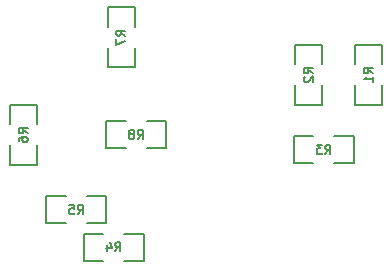
<source format=gbo>
G04 #@! TF.GenerationSoftware,KiCad,Pcbnew,5.0.0-fee4fd1~66~ubuntu16.04.1*
G04 #@! TF.CreationDate,2018-09-21T19:17:15+02:00*
G04 #@! TF.ProjectId,smartbed,736D6172746265642E6B696361645F70,rev?*
G04 #@! TF.SameCoordinates,Original*
G04 #@! TF.FileFunction,Legend,Bot*
G04 #@! TF.FilePolarity,Positive*
%FSLAX46Y46*%
G04 Gerber Fmt 4.6, Leading zero omitted, Abs format (unit mm)*
G04 Created by KiCad (PCBNEW 5.0.0-fee4fd1~66~ubuntu16.04.1) date Fri Sep 21 19:17:15 2018*
%MOMM*%
%LPD*%
G01*
G04 APERTURE LIST*
%ADD10C,0.127000*%
G04 APERTURE END LIST*
D10*
G04 #@! TO.C,R8*
X164465000Y-119253000D02*
X164465000Y-116967000D01*
X164465000Y-116967000D02*
X166116000Y-116967000D01*
X167894000Y-119253000D02*
X169545000Y-119253000D01*
X169545000Y-119253000D02*
X169545000Y-116967000D01*
X169545000Y-116967000D02*
X167894000Y-116967000D01*
X166116000Y-119253000D02*
X164465000Y-119253000D01*
G04 #@! TO.C,R7*
X164592000Y-107315000D02*
X166878000Y-107315000D01*
X166878000Y-107315000D02*
X166878000Y-108966000D01*
X164592000Y-110744000D02*
X164592000Y-112395000D01*
X164592000Y-112395000D02*
X166878000Y-112395000D01*
X166878000Y-112395000D02*
X166878000Y-110744000D01*
X164592000Y-108966000D02*
X164592000Y-107315000D01*
G04 #@! TO.C,R6*
X158623000Y-120650000D02*
X156337000Y-120650000D01*
X156337000Y-120650000D02*
X156337000Y-118999000D01*
X158623000Y-117221000D02*
X158623000Y-115570000D01*
X158623000Y-115570000D02*
X156337000Y-115570000D01*
X156337000Y-115570000D02*
X156337000Y-117221000D01*
X158623000Y-118999000D02*
X158623000Y-120650000D01*
G04 #@! TO.C,R5*
X164465000Y-123317000D02*
X164465000Y-125603000D01*
X164465000Y-125603000D02*
X162814000Y-125603000D01*
X161036000Y-123317000D02*
X159385000Y-123317000D01*
X159385000Y-123317000D02*
X159385000Y-125603000D01*
X159385000Y-125603000D02*
X161036000Y-125603000D01*
X162814000Y-123317000D02*
X164465000Y-123317000D01*
G04 #@! TO.C,R4*
X162560000Y-128778000D02*
X162560000Y-126492000D01*
X162560000Y-126492000D02*
X164211000Y-126492000D01*
X165989000Y-128778000D02*
X167640000Y-128778000D01*
X167640000Y-128778000D02*
X167640000Y-126492000D01*
X167640000Y-126492000D02*
X165989000Y-126492000D01*
X164211000Y-128778000D02*
X162560000Y-128778000D01*
G04 #@! TO.C,R3*
X180340000Y-120523000D02*
X180340000Y-118237000D01*
X180340000Y-118237000D02*
X181991000Y-118237000D01*
X183769000Y-120523000D02*
X185420000Y-120523000D01*
X185420000Y-120523000D02*
X185420000Y-118237000D01*
X185420000Y-118237000D02*
X183769000Y-118237000D01*
X181991000Y-120523000D02*
X180340000Y-120523000D01*
G04 #@! TO.C,R2*
X180467000Y-110490000D02*
X182753000Y-110490000D01*
X182753000Y-110490000D02*
X182753000Y-112141000D01*
X180467000Y-113919000D02*
X180467000Y-115570000D01*
X180467000Y-115570000D02*
X182753000Y-115570000D01*
X182753000Y-115570000D02*
X182753000Y-113919000D01*
X180467000Y-112141000D02*
X180467000Y-110490000D01*
G04 #@! TO.C,R1*
X185547000Y-110490000D02*
X187833000Y-110490000D01*
X187833000Y-110490000D02*
X187833000Y-112141000D01*
X185547000Y-113919000D02*
X185547000Y-115570000D01*
X185547000Y-115570000D02*
X187833000Y-115570000D01*
X187833000Y-115570000D02*
X187833000Y-113919000D01*
X185547000Y-112141000D02*
X185547000Y-110490000D01*
G04 #@! TO.C,R8*
X167132000Y-118454714D02*
X167386000Y-118091857D01*
X167567428Y-118454714D02*
X167567428Y-117692714D01*
X167277142Y-117692714D01*
X167204571Y-117729000D01*
X167168285Y-117765285D01*
X167132000Y-117837857D01*
X167132000Y-117946714D01*
X167168285Y-118019285D01*
X167204571Y-118055571D01*
X167277142Y-118091857D01*
X167567428Y-118091857D01*
X166696571Y-118019285D02*
X166769142Y-117983000D01*
X166805428Y-117946714D01*
X166841714Y-117874142D01*
X166841714Y-117837857D01*
X166805428Y-117765285D01*
X166769142Y-117729000D01*
X166696571Y-117692714D01*
X166551428Y-117692714D01*
X166478857Y-117729000D01*
X166442571Y-117765285D01*
X166406285Y-117837857D01*
X166406285Y-117874142D01*
X166442571Y-117946714D01*
X166478857Y-117983000D01*
X166551428Y-118019285D01*
X166696571Y-118019285D01*
X166769142Y-118055571D01*
X166805428Y-118091857D01*
X166841714Y-118164428D01*
X166841714Y-118309571D01*
X166805428Y-118382142D01*
X166769142Y-118418428D01*
X166696571Y-118454714D01*
X166551428Y-118454714D01*
X166478857Y-118418428D01*
X166442571Y-118382142D01*
X166406285Y-118309571D01*
X166406285Y-118164428D01*
X166442571Y-118091857D01*
X166478857Y-118055571D01*
X166551428Y-118019285D01*
G04 #@! TO.C,R7*
X166079714Y-109728000D02*
X165716857Y-109474000D01*
X166079714Y-109292571D02*
X165317714Y-109292571D01*
X165317714Y-109582857D01*
X165354000Y-109655428D01*
X165390285Y-109691714D01*
X165462857Y-109728000D01*
X165571714Y-109728000D01*
X165644285Y-109691714D01*
X165680571Y-109655428D01*
X165716857Y-109582857D01*
X165716857Y-109292571D01*
X165317714Y-109982000D02*
X165317714Y-110490000D01*
X166079714Y-110163428D01*
G04 #@! TO.C,R6*
X157824714Y-117983000D02*
X157461857Y-117729000D01*
X157824714Y-117547571D02*
X157062714Y-117547571D01*
X157062714Y-117837857D01*
X157099000Y-117910428D01*
X157135285Y-117946714D01*
X157207857Y-117983000D01*
X157316714Y-117983000D01*
X157389285Y-117946714D01*
X157425571Y-117910428D01*
X157461857Y-117837857D01*
X157461857Y-117547571D01*
X157062714Y-118636142D02*
X157062714Y-118491000D01*
X157099000Y-118418428D01*
X157135285Y-118382142D01*
X157244142Y-118309571D01*
X157389285Y-118273285D01*
X157679571Y-118273285D01*
X157752142Y-118309571D01*
X157788428Y-118345857D01*
X157824714Y-118418428D01*
X157824714Y-118563571D01*
X157788428Y-118636142D01*
X157752142Y-118672428D01*
X157679571Y-118708714D01*
X157498142Y-118708714D01*
X157425571Y-118672428D01*
X157389285Y-118636142D01*
X157353000Y-118563571D01*
X157353000Y-118418428D01*
X157389285Y-118345857D01*
X157425571Y-118309571D01*
X157498142Y-118273285D01*
G04 #@! TO.C,R5*
X162052000Y-124804714D02*
X162306000Y-124441857D01*
X162487428Y-124804714D02*
X162487428Y-124042714D01*
X162197142Y-124042714D01*
X162124571Y-124079000D01*
X162088285Y-124115285D01*
X162052000Y-124187857D01*
X162052000Y-124296714D01*
X162088285Y-124369285D01*
X162124571Y-124405571D01*
X162197142Y-124441857D01*
X162487428Y-124441857D01*
X161362571Y-124042714D02*
X161725428Y-124042714D01*
X161761714Y-124405571D01*
X161725428Y-124369285D01*
X161652857Y-124333000D01*
X161471428Y-124333000D01*
X161398857Y-124369285D01*
X161362571Y-124405571D01*
X161326285Y-124478142D01*
X161326285Y-124659571D01*
X161362571Y-124732142D01*
X161398857Y-124768428D01*
X161471428Y-124804714D01*
X161652857Y-124804714D01*
X161725428Y-124768428D01*
X161761714Y-124732142D01*
G04 #@! TO.C,R4*
X165227000Y-127979714D02*
X165481000Y-127616857D01*
X165662428Y-127979714D02*
X165662428Y-127217714D01*
X165372142Y-127217714D01*
X165299571Y-127254000D01*
X165263285Y-127290285D01*
X165227000Y-127362857D01*
X165227000Y-127471714D01*
X165263285Y-127544285D01*
X165299571Y-127580571D01*
X165372142Y-127616857D01*
X165662428Y-127616857D01*
X164573857Y-127471714D02*
X164573857Y-127979714D01*
X164755285Y-127181428D02*
X164936714Y-127725714D01*
X164465000Y-127725714D01*
G04 #@! TO.C,R3*
X183007000Y-119724714D02*
X183261000Y-119361857D01*
X183442428Y-119724714D02*
X183442428Y-118962714D01*
X183152142Y-118962714D01*
X183079571Y-118999000D01*
X183043285Y-119035285D01*
X183007000Y-119107857D01*
X183007000Y-119216714D01*
X183043285Y-119289285D01*
X183079571Y-119325571D01*
X183152142Y-119361857D01*
X183442428Y-119361857D01*
X182753000Y-118962714D02*
X182281285Y-118962714D01*
X182535285Y-119253000D01*
X182426428Y-119253000D01*
X182353857Y-119289285D01*
X182317571Y-119325571D01*
X182281285Y-119398142D01*
X182281285Y-119579571D01*
X182317571Y-119652142D01*
X182353857Y-119688428D01*
X182426428Y-119724714D01*
X182644142Y-119724714D01*
X182716714Y-119688428D01*
X182753000Y-119652142D01*
G04 #@! TO.C,R2*
X181954714Y-112903000D02*
X181591857Y-112649000D01*
X181954714Y-112467571D02*
X181192714Y-112467571D01*
X181192714Y-112757857D01*
X181229000Y-112830428D01*
X181265285Y-112866714D01*
X181337857Y-112903000D01*
X181446714Y-112903000D01*
X181519285Y-112866714D01*
X181555571Y-112830428D01*
X181591857Y-112757857D01*
X181591857Y-112467571D01*
X181265285Y-113193285D02*
X181229000Y-113229571D01*
X181192714Y-113302142D01*
X181192714Y-113483571D01*
X181229000Y-113556142D01*
X181265285Y-113592428D01*
X181337857Y-113628714D01*
X181410428Y-113628714D01*
X181519285Y-113592428D01*
X181954714Y-113157000D01*
X181954714Y-113628714D01*
G04 #@! TO.C,R1*
X187034714Y-112903000D02*
X186671857Y-112649000D01*
X187034714Y-112467571D02*
X186272714Y-112467571D01*
X186272714Y-112757857D01*
X186309000Y-112830428D01*
X186345285Y-112866714D01*
X186417857Y-112903000D01*
X186526714Y-112903000D01*
X186599285Y-112866714D01*
X186635571Y-112830428D01*
X186671857Y-112757857D01*
X186671857Y-112467571D01*
X187034714Y-113628714D02*
X187034714Y-113193285D01*
X187034714Y-113411000D02*
X186272714Y-113411000D01*
X186381571Y-113338428D01*
X186454142Y-113265857D01*
X186490428Y-113193285D01*
G04 #@! TD*
M02*

</source>
